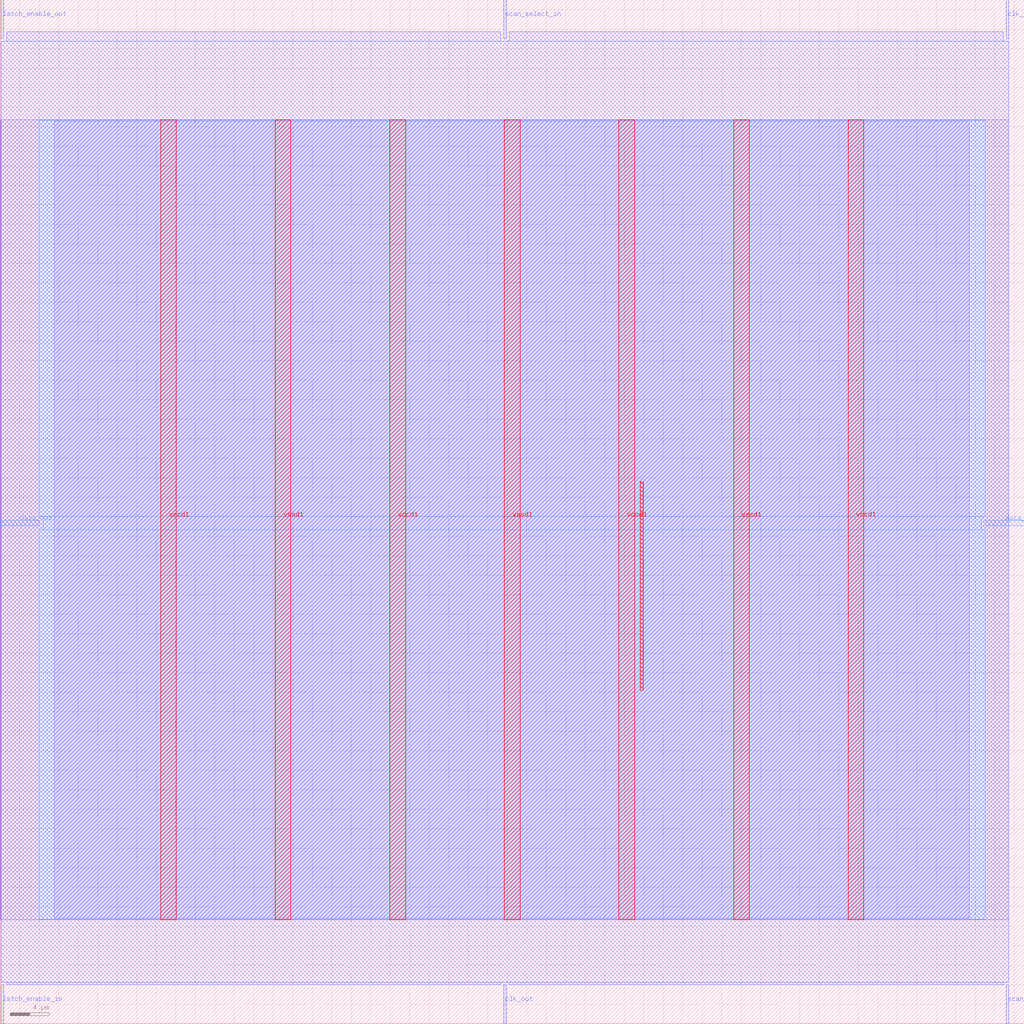
<source format=lef>
VERSION 5.7 ;
  NOWIREEXTENSIONATPIN ON ;
  DIVIDERCHAR "/" ;
  BUSBITCHARS "[]" ;
MACRO scan_wrapper_341482086419399252
  CLASS BLOCK ;
  FOREIGN scan_wrapper_341482086419399252 ;
  ORIGIN 0.000 0.000 ;
  SIZE 105.000 BY 105.000 ;
  PIN clk_in
    DIRECTION INPUT ;
    USE SIGNAL ;
    PORT
      LAYER met2 ;
        RECT 103.130 101.000 103.410 105.000 ;
    END
  END clk_in
  PIN clk_out
    DIRECTION OUTPUT TRISTATE ;
    USE SIGNAL ;
    PORT
      LAYER met2 ;
        RECT 51.610 0.000 51.890 4.000 ;
    END
  END clk_out
  PIN data_in
    DIRECTION INPUT ;
    USE SIGNAL ;
    PORT
      LAYER met3 ;
        RECT 101.000 51.040 105.000 51.640 ;
    END
  END data_in
  PIN data_out
    DIRECTION OUTPUT TRISTATE ;
    USE SIGNAL ;
    PORT
      LAYER met3 ;
        RECT 0.000 51.040 4.000 51.640 ;
    END
  END data_out
  PIN latch_enable_in
    DIRECTION INPUT ;
    USE SIGNAL ;
    PORT
      LAYER met2 ;
        RECT 0.090 0.000 0.370 4.000 ;
    END
  END latch_enable_in
  PIN latch_enable_out
    DIRECTION OUTPUT TRISTATE ;
    USE SIGNAL ;
    PORT
      LAYER met2 ;
        RECT 0.090 101.000 0.370 105.000 ;
    END
  END latch_enable_out
  PIN scan_select_in
    DIRECTION INPUT ;
    USE SIGNAL ;
    PORT
      LAYER met2 ;
        RECT 51.610 101.000 51.890 105.000 ;
    END
  END scan_select_in
  PIN scan_select_out
    DIRECTION OUTPUT TRISTATE ;
    USE SIGNAL ;
    PORT
      LAYER met2 ;
        RECT 103.130 0.000 103.410 4.000 ;
    END
  END scan_select_out
  PIN vccd1
    DIRECTION INOUT ;
    USE POWER ;
    PORT
      LAYER met4 ;
        RECT 16.465 10.640 18.065 92.720 ;
    END
    PORT
      LAYER met4 ;
        RECT 39.955 10.640 41.555 92.720 ;
    END
    PORT
      LAYER met4 ;
        RECT 63.445 10.640 65.045 92.720 ;
    END
    PORT
      LAYER met4 ;
        RECT 86.935 10.640 88.535 92.720 ;
    END
  END vccd1
  PIN vssd1
    DIRECTION INOUT ;
    USE GROUND ;
    PORT
      LAYER met4 ;
        RECT 28.210 10.640 29.810 92.720 ;
    END
    PORT
      LAYER met4 ;
        RECT 51.700 10.640 53.300 92.720 ;
    END
    PORT
      LAYER met4 ;
        RECT 75.190 10.640 76.790 92.720 ;
    END
  END vssd1
  OBS
      LAYER li1 ;
        RECT 5.520 10.795 99.360 92.565 ;
      LAYER met1 ;
        RECT 0.070 10.640 103.430 92.720 ;
      LAYER met2 ;
        RECT 0.650 100.720 51.330 101.730 ;
        RECT 52.170 100.720 102.850 101.730 ;
        RECT 0.100 4.280 103.400 100.720 ;
        RECT 0.650 4.000 51.330 4.280 ;
        RECT 52.170 4.000 102.850 4.280 ;
      LAYER met3 ;
        RECT 4.000 52.040 101.000 92.645 ;
        RECT 4.400 50.640 100.600 52.040 ;
        RECT 4.000 10.715 101.000 50.640 ;
      LAYER met4 ;
        RECT 65.615 34.175 65.945 55.585 ;
  END
END scan_wrapper_341482086419399252
END LIBRARY


</source>
